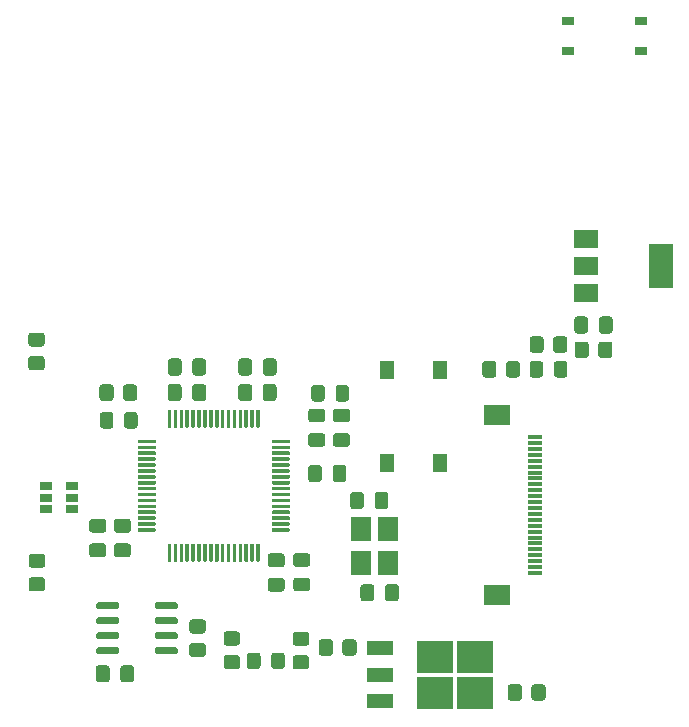
<source format=gbr>
%TF.GenerationSoftware,KiCad,Pcbnew,5.1.12-84ad8e8a86~92~ubuntu20.04.1*%
%TF.CreationDate,2022-03-06T20:42:48-06:00*%
%TF.ProjectId,Solder_Reflow_Oven_2.0,536f6c64-6572-45f5-9265-666c6f775f4f,rev?*%
%TF.SameCoordinates,Original*%
%TF.FileFunction,Paste,Top*%
%TF.FilePolarity,Positive*%
%FSLAX46Y46*%
G04 Gerber Fmt 4.6, Leading zero omitted, Abs format (unit mm)*
G04 Created by KiCad (PCBNEW 5.1.12-84ad8e8a86~92~ubuntu20.04.1) date 2022-03-06 20:42:48*
%MOMM*%
%LPD*%
G01*
G04 APERTURE LIST*
%ADD10R,2.200000X1.800000*%
%ADD11R,1.300000X0.300000*%
%ADD12R,1.300000X1.550000*%
%ADD13R,2.200000X1.200000*%
%ADD14R,3.050000X2.750000*%
%ADD15R,1.060000X0.650000*%
%ADD16R,1.000000X0.800000*%
%ADD17R,1.800000X2.100000*%
%ADD18R,2.000000X3.800000*%
%ADD19R,2.000000X1.500000*%
G04 APERTURE END LIST*
%TO.C,C1*%
G36*
G01*
X77972500Y-123032500D02*
X77972500Y-123982500D01*
G75*
G02*
X77722500Y-124232500I-250000J0D01*
G01*
X77047500Y-124232500D01*
G75*
G02*
X76797500Y-123982500I0J250000D01*
G01*
X76797500Y-123032500D01*
G75*
G02*
X77047500Y-122782500I250000J0D01*
G01*
X77722500Y-122782500D01*
G75*
G02*
X77972500Y-123032500I0J-250000D01*
G01*
G37*
G36*
G01*
X80047500Y-123032500D02*
X80047500Y-123982500D01*
G75*
G02*
X79797500Y-124232500I-250000J0D01*
G01*
X79122500Y-124232500D01*
G75*
G02*
X78872500Y-123982500I0J250000D01*
G01*
X78872500Y-123032500D01*
G75*
G02*
X79122500Y-122782500I250000J0D01*
G01*
X79797500Y-122782500D01*
G75*
G02*
X80047500Y-123032500I0J-250000D01*
G01*
G37*
%TD*%
%TO.C,C2*%
G36*
G01*
X74427500Y-113886000D02*
X74427500Y-112936000D01*
G75*
G02*
X74677500Y-112686000I250000J0D01*
G01*
X75352500Y-112686000D01*
G75*
G02*
X75602500Y-112936000I0J-250000D01*
G01*
X75602500Y-113886000D01*
G75*
G02*
X75352500Y-114136000I-250000J0D01*
G01*
X74677500Y-114136000D01*
G75*
G02*
X74427500Y-113886000I0J250000D01*
G01*
G37*
G36*
G01*
X72352500Y-113886000D02*
X72352500Y-112936000D01*
G75*
G02*
X72602500Y-112686000I250000J0D01*
G01*
X73277500Y-112686000D01*
G75*
G02*
X73527500Y-112936000I0J-250000D01*
G01*
X73527500Y-113886000D01*
G75*
G02*
X73277500Y-114136000I-250000J0D01*
G01*
X72602500Y-114136000D01*
G75*
G02*
X72352500Y-113886000I0J250000D01*
G01*
G37*
%TD*%
%TO.C,C4*%
G36*
G01*
X68522000Y-107028000D02*
X68522000Y-106078000D01*
G75*
G02*
X68772000Y-105828000I250000J0D01*
G01*
X69447000Y-105828000D01*
G75*
G02*
X69697000Y-106078000I0J-250000D01*
G01*
X69697000Y-107028000D01*
G75*
G02*
X69447000Y-107278000I-250000J0D01*
G01*
X68772000Y-107278000D01*
G75*
G02*
X68522000Y-107028000I0J250000D01*
G01*
G37*
G36*
G01*
X66447000Y-107028000D02*
X66447000Y-106078000D01*
G75*
G02*
X66697000Y-105828000I250000J0D01*
G01*
X67372000Y-105828000D01*
G75*
G02*
X67622000Y-106078000I0J-250000D01*
G01*
X67622000Y-107028000D01*
G75*
G02*
X67372000Y-107278000I-250000J0D01*
G01*
X66697000Y-107278000D01*
G75*
G02*
X66447000Y-107028000I0J250000D01*
G01*
G37*
%TD*%
%TO.C,C5*%
G36*
G01*
X69184500Y-122243000D02*
X70134500Y-122243000D01*
G75*
G02*
X70384500Y-122493000I0J-250000D01*
G01*
X70384500Y-123168000D01*
G75*
G02*
X70134500Y-123418000I-250000J0D01*
G01*
X69184500Y-123418000D01*
G75*
G02*
X68934500Y-123168000I0J250000D01*
G01*
X68934500Y-122493000D01*
G75*
G02*
X69184500Y-122243000I250000J0D01*
G01*
G37*
G36*
G01*
X69184500Y-120168000D02*
X70134500Y-120168000D01*
G75*
G02*
X70384500Y-120418000I0J-250000D01*
G01*
X70384500Y-121093000D01*
G75*
G02*
X70134500Y-121343000I-250000J0D01*
G01*
X69184500Y-121343000D01*
G75*
G02*
X68934500Y-121093000I0J250000D01*
G01*
X68934500Y-120418000D01*
G75*
G02*
X69184500Y-120168000I250000J0D01*
G01*
G37*
%TD*%
%TO.C,C6*%
G36*
G01*
X62553000Y-107028000D02*
X62553000Y-106078000D01*
G75*
G02*
X62803000Y-105828000I250000J0D01*
G01*
X63478000Y-105828000D01*
G75*
G02*
X63728000Y-106078000I0J-250000D01*
G01*
X63728000Y-107028000D01*
G75*
G02*
X63478000Y-107278000I-250000J0D01*
G01*
X62803000Y-107278000D01*
G75*
G02*
X62553000Y-107028000I0J250000D01*
G01*
G37*
G36*
G01*
X60478000Y-107028000D02*
X60478000Y-106078000D01*
G75*
G02*
X60728000Y-105828000I250000J0D01*
G01*
X61403000Y-105828000D01*
G75*
G02*
X61653000Y-106078000I0J-250000D01*
G01*
X61653000Y-107028000D01*
G75*
G02*
X61403000Y-107278000I-250000J0D01*
G01*
X60728000Y-107278000D01*
G75*
G02*
X60478000Y-107028000I0J250000D01*
G01*
G37*
%TD*%
%TO.C,C7*%
G36*
G01*
X77083500Y-115222000D02*
X77083500Y-116172000D01*
G75*
G02*
X76833500Y-116422000I-250000J0D01*
G01*
X76158500Y-116422000D01*
G75*
G02*
X75908500Y-116172000I0J250000D01*
G01*
X75908500Y-115222000D01*
G75*
G02*
X76158500Y-114972000I250000J0D01*
G01*
X76833500Y-114972000D01*
G75*
G02*
X77083500Y-115222000I0J-250000D01*
G01*
G37*
G36*
G01*
X79158500Y-115222000D02*
X79158500Y-116172000D01*
G75*
G02*
X78908500Y-116422000I-250000J0D01*
G01*
X78233500Y-116422000D01*
G75*
G02*
X77983500Y-116172000I0J250000D01*
G01*
X77983500Y-115222000D01*
G75*
G02*
X78233500Y-114972000I250000J0D01*
G01*
X78908500Y-114972000D01*
G75*
G02*
X79158500Y-115222000I0J-250000D01*
G01*
G37*
%TD*%
%TO.C,C8*%
G36*
G01*
X62553000Y-104869000D02*
X62553000Y-103919000D01*
G75*
G02*
X62803000Y-103669000I250000J0D01*
G01*
X63478000Y-103669000D01*
G75*
G02*
X63728000Y-103919000I0J-250000D01*
G01*
X63728000Y-104869000D01*
G75*
G02*
X63478000Y-105119000I-250000J0D01*
G01*
X62803000Y-105119000D01*
G75*
G02*
X62553000Y-104869000I0J250000D01*
G01*
G37*
G36*
G01*
X60478000Y-104869000D02*
X60478000Y-103919000D01*
G75*
G02*
X60728000Y-103669000I250000J0D01*
G01*
X61403000Y-103669000D01*
G75*
G02*
X61653000Y-103919000I0J-250000D01*
G01*
X61653000Y-104869000D01*
G75*
G02*
X61403000Y-105119000I-250000J0D01*
G01*
X60728000Y-105119000D01*
G75*
G02*
X60478000Y-104869000I0J250000D01*
G01*
G37*
%TD*%
%TO.C,C9*%
G36*
G01*
X68522000Y-104869000D02*
X68522000Y-103919000D01*
G75*
G02*
X68772000Y-103669000I250000J0D01*
G01*
X69447000Y-103669000D01*
G75*
G02*
X69697000Y-103919000I0J-250000D01*
G01*
X69697000Y-104869000D01*
G75*
G02*
X69447000Y-105119000I-250000J0D01*
G01*
X68772000Y-105119000D01*
G75*
G02*
X68522000Y-104869000I0J250000D01*
G01*
G37*
G36*
G01*
X66447000Y-104869000D02*
X66447000Y-103919000D01*
G75*
G02*
X66697000Y-103669000I250000J0D01*
G01*
X67372000Y-103669000D01*
G75*
G02*
X67622000Y-103919000I0J-250000D01*
G01*
X67622000Y-104869000D01*
G75*
G02*
X67372000Y-105119000I-250000J0D01*
G01*
X66697000Y-105119000D01*
G75*
G02*
X66447000Y-104869000I0J250000D01*
G01*
G37*
%TD*%
%TO.C,C11*%
G36*
G01*
X71343500Y-122221500D02*
X72293500Y-122221500D01*
G75*
G02*
X72543500Y-122471500I0J-250000D01*
G01*
X72543500Y-123146500D01*
G75*
G02*
X72293500Y-123396500I-250000J0D01*
G01*
X71343500Y-123396500D01*
G75*
G02*
X71093500Y-123146500I0J250000D01*
G01*
X71093500Y-122471500D01*
G75*
G02*
X71343500Y-122221500I250000J0D01*
G01*
G37*
G36*
G01*
X71343500Y-120146500D02*
X72293500Y-120146500D01*
G75*
G02*
X72543500Y-120396500I0J-250000D01*
G01*
X72543500Y-121071500D01*
G75*
G02*
X72293500Y-121321500I-250000J0D01*
G01*
X71343500Y-121321500D01*
G75*
G02*
X71093500Y-121071500I0J250000D01*
G01*
X71093500Y-120396500D01*
G75*
G02*
X71343500Y-120146500I250000J0D01*
G01*
G37*
%TD*%
%TO.C,C12*%
G36*
G01*
X55021500Y-118422000D02*
X54071500Y-118422000D01*
G75*
G02*
X53821500Y-118172000I0J250000D01*
G01*
X53821500Y-117497000D01*
G75*
G02*
X54071500Y-117247000I250000J0D01*
G01*
X55021500Y-117247000D01*
G75*
G02*
X55271500Y-117497000I0J-250000D01*
G01*
X55271500Y-118172000D01*
G75*
G02*
X55021500Y-118422000I-250000J0D01*
G01*
G37*
G36*
G01*
X55021500Y-120497000D02*
X54071500Y-120497000D01*
G75*
G02*
X53821500Y-120247000I0J250000D01*
G01*
X53821500Y-119572000D01*
G75*
G02*
X54071500Y-119322000I250000J0D01*
G01*
X55021500Y-119322000D01*
G75*
G02*
X55271500Y-119572000I0J-250000D01*
G01*
X55271500Y-120247000D01*
G75*
G02*
X55021500Y-120497000I-250000J0D01*
G01*
G37*
%TD*%
%TO.C,C13*%
G36*
G01*
X96070000Y-100363000D02*
X96070000Y-101313000D01*
G75*
G02*
X95820000Y-101563000I-250000J0D01*
G01*
X95145000Y-101563000D01*
G75*
G02*
X94895000Y-101313000I0J250000D01*
G01*
X94895000Y-100363000D01*
G75*
G02*
X95145000Y-100113000I250000J0D01*
G01*
X95820000Y-100113000D01*
G75*
G02*
X96070000Y-100363000I0J-250000D01*
G01*
G37*
G36*
G01*
X98145000Y-100363000D02*
X98145000Y-101313000D01*
G75*
G02*
X97895000Y-101563000I-250000J0D01*
G01*
X97220000Y-101563000D01*
G75*
G02*
X96970000Y-101313000I0J250000D01*
G01*
X96970000Y-100363000D01*
G75*
G02*
X97220000Y-100113000I250000J0D01*
G01*
X97895000Y-100113000D01*
G75*
G02*
X98145000Y-100363000I0J-250000D01*
G01*
G37*
%TD*%
%TO.C,C14*%
G36*
G01*
X72613500Y-109987500D02*
X73563500Y-109987500D01*
G75*
G02*
X73813500Y-110237500I0J-250000D01*
G01*
X73813500Y-110912500D01*
G75*
G02*
X73563500Y-111162500I-250000J0D01*
G01*
X72613500Y-111162500D01*
G75*
G02*
X72363500Y-110912500I0J250000D01*
G01*
X72363500Y-110237500D01*
G75*
G02*
X72613500Y-109987500I250000J0D01*
G01*
G37*
G36*
G01*
X72613500Y-107912500D02*
X73563500Y-107912500D01*
G75*
G02*
X73813500Y-108162500I0J-250000D01*
G01*
X73813500Y-108837500D01*
G75*
G02*
X73563500Y-109087500I-250000J0D01*
G01*
X72613500Y-109087500D01*
G75*
G02*
X72363500Y-108837500I0J250000D01*
G01*
X72363500Y-108162500D01*
G75*
G02*
X72613500Y-107912500I250000J0D01*
G01*
G37*
%TD*%
%TO.C,C15*%
G36*
G01*
X74709000Y-109987500D02*
X75659000Y-109987500D01*
G75*
G02*
X75909000Y-110237500I0J-250000D01*
G01*
X75909000Y-110912500D01*
G75*
G02*
X75659000Y-111162500I-250000J0D01*
G01*
X74709000Y-111162500D01*
G75*
G02*
X74459000Y-110912500I0J250000D01*
G01*
X74459000Y-110237500D01*
G75*
G02*
X74709000Y-109987500I250000J0D01*
G01*
G37*
G36*
G01*
X74709000Y-107912500D02*
X75659000Y-107912500D01*
G75*
G02*
X75909000Y-108162500I0J-250000D01*
G01*
X75909000Y-108837500D01*
G75*
G02*
X75659000Y-109087500I-250000J0D01*
G01*
X74709000Y-109087500D01*
G75*
G02*
X74459000Y-108837500I0J250000D01*
G01*
X74459000Y-108162500D01*
G75*
G02*
X74709000Y-107912500I250000J0D01*
G01*
G37*
%TD*%
%TO.C,C16*%
G36*
G01*
X56457000Y-130840500D02*
X56457000Y-129890500D01*
G75*
G02*
X56707000Y-129640500I250000J0D01*
G01*
X57382000Y-129640500D01*
G75*
G02*
X57632000Y-129890500I0J-250000D01*
G01*
X57632000Y-130840500D01*
G75*
G02*
X57382000Y-131090500I-250000J0D01*
G01*
X56707000Y-131090500D01*
G75*
G02*
X56457000Y-130840500I0J250000D01*
G01*
G37*
G36*
G01*
X54382000Y-130840500D02*
X54382000Y-129890500D01*
G75*
G02*
X54632000Y-129640500I250000J0D01*
G01*
X55307000Y-129640500D01*
G75*
G02*
X55557000Y-129890500I0J-250000D01*
G01*
X55557000Y-130840500D01*
G75*
G02*
X55307000Y-131090500I-250000J0D01*
G01*
X54632000Y-131090500D01*
G75*
G02*
X54382000Y-130840500I0J250000D01*
G01*
G37*
%TD*%
%TO.C,C3*%
G36*
G01*
X57117000Y-118422000D02*
X56167000Y-118422000D01*
G75*
G02*
X55917000Y-118172000I0J250000D01*
G01*
X55917000Y-117497000D01*
G75*
G02*
X56167000Y-117247000I250000J0D01*
G01*
X57117000Y-117247000D01*
G75*
G02*
X57367000Y-117497000I0J-250000D01*
G01*
X57367000Y-118172000D01*
G75*
G02*
X57117000Y-118422000I-250000J0D01*
G01*
G37*
G36*
G01*
X57117000Y-120497000D02*
X56167000Y-120497000D01*
G75*
G02*
X55917000Y-120247000I0J250000D01*
G01*
X55917000Y-119572000D01*
G75*
G02*
X56167000Y-119322000I250000J0D01*
G01*
X57117000Y-119322000D01*
G75*
G02*
X57367000Y-119572000I0J-250000D01*
G01*
X57367000Y-120247000D01*
G75*
G02*
X57117000Y-120497000I-250000J0D01*
G01*
G37*
%TD*%
%TO.C,U4*%
G36*
G01*
X70826300Y-118114700D02*
X70826300Y-118264700D01*
G75*
G02*
X70751300Y-118339700I-75000J0D01*
G01*
X69351300Y-118339700D01*
G75*
G02*
X69276300Y-118264700I0J75000D01*
G01*
X69276300Y-118114700D01*
G75*
G02*
X69351300Y-118039700I75000J0D01*
G01*
X70751300Y-118039700D01*
G75*
G02*
X70826300Y-118114700I0J-75000D01*
G01*
G37*
G36*
G01*
X70826300Y-117614700D02*
X70826300Y-117764700D01*
G75*
G02*
X70751300Y-117839700I-75000J0D01*
G01*
X69351300Y-117839700D01*
G75*
G02*
X69276300Y-117764700I0J75000D01*
G01*
X69276300Y-117614700D01*
G75*
G02*
X69351300Y-117539700I75000J0D01*
G01*
X70751300Y-117539700D01*
G75*
G02*
X70826300Y-117614700I0J-75000D01*
G01*
G37*
G36*
G01*
X70826300Y-117114700D02*
X70826300Y-117264700D01*
G75*
G02*
X70751300Y-117339700I-75000J0D01*
G01*
X69351300Y-117339700D01*
G75*
G02*
X69276300Y-117264700I0J75000D01*
G01*
X69276300Y-117114700D01*
G75*
G02*
X69351300Y-117039700I75000J0D01*
G01*
X70751300Y-117039700D01*
G75*
G02*
X70826300Y-117114700I0J-75000D01*
G01*
G37*
G36*
G01*
X70826300Y-116614700D02*
X70826300Y-116764700D01*
G75*
G02*
X70751300Y-116839700I-75000J0D01*
G01*
X69351300Y-116839700D01*
G75*
G02*
X69276300Y-116764700I0J75000D01*
G01*
X69276300Y-116614700D01*
G75*
G02*
X69351300Y-116539700I75000J0D01*
G01*
X70751300Y-116539700D01*
G75*
G02*
X70826300Y-116614700I0J-75000D01*
G01*
G37*
G36*
G01*
X70826300Y-116114700D02*
X70826300Y-116264700D01*
G75*
G02*
X70751300Y-116339700I-75000J0D01*
G01*
X69351300Y-116339700D01*
G75*
G02*
X69276300Y-116264700I0J75000D01*
G01*
X69276300Y-116114700D01*
G75*
G02*
X69351300Y-116039700I75000J0D01*
G01*
X70751300Y-116039700D01*
G75*
G02*
X70826300Y-116114700I0J-75000D01*
G01*
G37*
G36*
G01*
X70826300Y-115614700D02*
X70826300Y-115764700D01*
G75*
G02*
X70751300Y-115839700I-75000J0D01*
G01*
X69351300Y-115839700D01*
G75*
G02*
X69276300Y-115764700I0J75000D01*
G01*
X69276300Y-115614700D01*
G75*
G02*
X69351300Y-115539700I75000J0D01*
G01*
X70751300Y-115539700D01*
G75*
G02*
X70826300Y-115614700I0J-75000D01*
G01*
G37*
G36*
G01*
X70826300Y-115114700D02*
X70826300Y-115264700D01*
G75*
G02*
X70751300Y-115339700I-75000J0D01*
G01*
X69351300Y-115339700D01*
G75*
G02*
X69276300Y-115264700I0J75000D01*
G01*
X69276300Y-115114700D01*
G75*
G02*
X69351300Y-115039700I75000J0D01*
G01*
X70751300Y-115039700D01*
G75*
G02*
X70826300Y-115114700I0J-75000D01*
G01*
G37*
G36*
G01*
X70826300Y-114614700D02*
X70826300Y-114764700D01*
G75*
G02*
X70751300Y-114839700I-75000J0D01*
G01*
X69351300Y-114839700D01*
G75*
G02*
X69276300Y-114764700I0J75000D01*
G01*
X69276300Y-114614700D01*
G75*
G02*
X69351300Y-114539700I75000J0D01*
G01*
X70751300Y-114539700D01*
G75*
G02*
X70826300Y-114614700I0J-75000D01*
G01*
G37*
G36*
G01*
X70826300Y-114114700D02*
X70826300Y-114264700D01*
G75*
G02*
X70751300Y-114339700I-75000J0D01*
G01*
X69351300Y-114339700D01*
G75*
G02*
X69276300Y-114264700I0J75000D01*
G01*
X69276300Y-114114700D01*
G75*
G02*
X69351300Y-114039700I75000J0D01*
G01*
X70751300Y-114039700D01*
G75*
G02*
X70826300Y-114114700I0J-75000D01*
G01*
G37*
G36*
G01*
X70826300Y-113614700D02*
X70826300Y-113764700D01*
G75*
G02*
X70751300Y-113839700I-75000J0D01*
G01*
X69351300Y-113839700D01*
G75*
G02*
X69276300Y-113764700I0J75000D01*
G01*
X69276300Y-113614700D01*
G75*
G02*
X69351300Y-113539700I75000J0D01*
G01*
X70751300Y-113539700D01*
G75*
G02*
X70826300Y-113614700I0J-75000D01*
G01*
G37*
G36*
G01*
X70826300Y-113114700D02*
X70826300Y-113264700D01*
G75*
G02*
X70751300Y-113339700I-75000J0D01*
G01*
X69351300Y-113339700D01*
G75*
G02*
X69276300Y-113264700I0J75000D01*
G01*
X69276300Y-113114700D01*
G75*
G02*
X69351300Y-113039700I75000J0D01*
G01*
X70751300Y-113039700D01*
G75*
G02*
X70826300Y-113114700I0J-75000D01*
G01*
G37*
G36*
G01*
X70826300Y-112614700D02*
X70826300Y-112764700D01*
G75*
G02*
X70751300Y-112839700I-75000J0D01*
G01*
X69351300Y-112839700D01*
G75*
G02*
X69276300Y-112764700I0J75000D01*
G01*
X69276300Y-112614700D01*
G75*
G02*
X69351300Y-112539700I75000J0D01*
G01*
X70751300Y-112539700D01*
G75*
G02*
X70826300Y-112614700I0J-75000D01*
G01*
G37*
G36*
G01*
X70826300Y-112114700D02*
X70826300Y-112264700D01*
G75*
G02*
X70751300Y-112339700I-75000J0D01*
G01*
X69351300Y-112339700D01*
G75*
G02*
X69276300Y-112264700I0J75000D01*
G01*
X69276300Y-112114700D01*
G75*
G02*
X69351300Y-112039700I75000J0D01*
G01*
X70751300Y-112039700D01*
G75*
G02*
X70826300Y-112114700I0J-75000D01*
G01*
G37*
G36*
G01*
X70826300Y-111614700D02*
X70826300Y-111764700D01*
G75*
G02*
X70751300Y-111839700I-75000J0D01*
G01*
X69351300Y-111839700D01*
G75*
G02*
X69276300Y-111764700I0J75000D01*
G01*
X69276300Y-111614700D01*
G75*
G02*
X69351300Y-111539700I75000J0D01*
G01*
X70751300Y-111539700D01*
G75*
G02*
X70826300Y-111614700I0J-75000D01*
G01*
G37*
G36*
G01*
X70826300Y-111114700D02*
X70826300Y-111264700D01*
G75*
G02*
X70751300Y-111339700I-75000J0D01*
G01*
X69351300Y-111339700D01*
G75*
G02*
X69276300Y-111264700I0J75000D01*
G01*
X69276300Y-111114700D01*
G75*
G02*
X69351300Y-111039700I75000J0D01*
G01*
X70751300Y-111039700D01*
G75*
G02*
X70826300Y-111114700I0J-75000D01*
G01*
G37*
G36*
G01*
X70826300Y-110614700D02*
X70826300Y-110764700D01*
G75*
G02*
X70751300Y-110839700I-75000J0D01*
G01*
X69351300Y-110839700D01*
G75*
G02*
X69276300Y-110764700I0J75000D01*
G01*
X69276300Y-110614700D01*
G75*
G02*
X69351300Y-110539700I75000J0D01*
G01*
X70751300Y-110539700D01*
G75*
G02*
X70826300Y-110614700I0J-75000D01*
G01*
G37*
G36*
G01*
X68276300Y-108064700D02*
X68276300Y-109464700D01*
G75*
G02*
X68201300Y-109539700I-75000J0D01*
G01*
X68051300Y-109539700D01*
G75*
G02*
X67976300Y-109464700I0J75000D01*
G01*
X67976300Y-108064700D01*
G75*
G02*
X68051300Y-107989700I75000J0D01*
G01*
X68201300Y-107989700D01*
G75*
G02*
X68276300Y-108064700I0J-75000D01*
G01*
G37*
G36*
G01*
X67776300Y-108064700D02*
X67776300Y-109464700D01*
G75*
G02*
X67701300Y-109539700I-75000J0D01*
G01*
X67551300Y-109539700D01*
G75*
G02*
X67476300Y-109464700I0J75000D01*
G01*
X67476300Y-108064700D01*
G75*
G02*
X67551300Y-107989700I75000J0D01*
G01*
X67701300Y-107989700D01*
G75*
G02*
X67776300Y-108064700I0J-75000D01*
G01*
G37*
G36*
G01*
X67276300Y-108064700D02*
X67276300Y-109464700D01*
G75*
G02*
X67201300Y-109539700I-75000J0D01*
G01*
X67051300Y-109539700D01*
G75*
G02*
X66976300Y-109464700I0J75000D01*
G01*
X66976300Y-108064700D01*
G75*
G02*
X67051300Y-107989700I75000J0D01*
G01*
X67201300Y-107989700D01*
G75*
G02*
X67276300Y-108064700I0J-75000D01*
G01*
G37*
G36*
G01*
X66776300Y-108064700D02*
X66776300Y-109464700D01*
G75*
G02*
X66701300Y-109539700I-75000J0D01*
G01*
X66551300Y-109539700D01*
G75*
G02*
X66476300Y-109464700I0J75000D01*
G01*
X66476300Y-108064700D01*
G75*
G02*
X66551300Y-107989700I75000J0D01*
G01*
X66701300Y-107989700D01*
G75*
G02*
X66776300Y-108064700I0J-75000D01*
G01*
G37*
G36*
G01*
X66276300Y-108064700D02*
X66276300Y-109464700D01*
G75*
G02*
X66201300Y-109539700I-75000J0D01*
G01*
X66051300Y-109539700D01*
G75*
G02*
X65976300Y-109464700I0J75000D01*
G01*
X65976300Y-108064700D01*
G75*
G02*
X66051300Y-107989700I75000J0D01*
G01*
X66201300Y-107989700D01*
G75*
G02*
X66276300Y-108064700I0J-75000D01*
G01*
G37*
G36*
G01*
X65776300Y-108064700D02*
X65776300Y-109464700D01*
G75*
G02*
X65701300Y-109539700I-75000J0D01*
G01*
X65551300Y-109539700D01*
G75*
G02*
X65476300Y-109464700I0J75000D01*
G01*
X65476300Y-108064700D01*
G75*
G02*
X65551300Y-107989700I75000J0D01*
G01*
X65701300Y-107989700D01*
G75*
G02*
X65776300Y-108064700I0J-75000D01*
G01*
G37*
G36*
G01*
X65276300Y-108064700D02*
X65276300Y-109464700D01*
G75*
G02*
X65201300Y-109539700I-75000J0D01*
G01*
X65051300Y-109539700D01*
G75*
G02*
X64976300Y-109464700I0J75000D01*
G01*
X64976300Y-108064700D01*
G75*
G02*
X65051300Y-107989700I75000J0D01*
G01*
X65201300Y-107989700D01*
G75*
G02*
X65276300Y-108064700I0J-75000D01*
G01*
G37*
G36*
G01*
X64776300Y-108064700D02*
X64776300Y-109464700D01*
G75*
G02*
X64701300Y-109539700I-75000J0D01*
G01*
X64551300Y-109539700D01*
G75*
G02*
X64476300Y-109464700I0J75000D01*
G01*
X64476300Y-108064700D01*
G75*
G02*
X64551300Y-107989700I75000J0D01*
G01*
X64701300Y-107989700D01*
G75*
G02*
X64776300Y-108064700I0J-75000D01*
G01*
G37*
G36*
G01*
X64276300Y-108064700D02*
X64276300Y-109464700D01*
G75*
G02*
X64201300Y-109539700I-75000J0D01*
G01*
X64051300Y-109539700D01*
G75*
G02*
X63976300Y-109464700I0J75000D01*
G01*
X63976300Y-108064700D01*
G75*
G02*
X64051300Y-107989700I75000J0D01*
G01*
X64201300Y-107989700D01*
G75*
G02*
X64276300Y-108064700I0J-75000D01*
G01*
G37*
G36*
G01*
X63776300Y-108064700D02*
X63776300Y-109464700D01*
G75*
G02*
X63701300Y-109539700I-75000J0D01*
G01*
X63551300Y-109539700D01*
G75*
G02*
X63476300Y-109464700I0J75000D01*
G01*
X63476300Y-108064700D01*
G75*
G02*
X63551300Y-107989700I75000J0D01*
G01*
X63701300Y-107989700D01*
G75*
G02*
X63776300Y-108064700I0J-75000D01*
G01*
G37*
G36*
G01*
X63276300Y-108064700D02*
X63276300Y-109464700D01*
G75*
G02*
X63201300Y-109539700I-75000J0D01*
G01*
X63051300Y-109539700D01*
G75*
G02*
X62976300Y-109464700I0J75000D01*
G01*
X62976300Y-108064700D01*
G75*
G02*
X63051300Y-107989700I75000J0D01*
G01*
X63201300Y-107989700D01*
G75*
G02*
X63276300Y-108064700I0J-75000D01*
G01*
G37*
G36*
G01*
X62776300Y-108064700D02*
X62776300Y-109464700D01*
G75*
G02*
X62701300Y-109539700I-75000J0D01*
G01*
X62551300Y-109539700D01*
G75*
G02*
X62476300Y-109464700I0J75000D01*
G01*
X62476300Y-108064700D01*
G75*
G02*
X62551300Y-107989700I75000J0D01*
G01*
X62701300Y-107989700D01*
G75*
G02*
X62776300Y-108064700I0J-75000D01*
G01*
G37*
G36*
G01*
X62276300Y-108064700D02*
X62276300Y-109464700D01*
G75*
G02*
X62201300Y-109539700I-75000J0D01*
G01*
X62051300Y-109539700D01*
G75*
G02*
X61976300Y-109464700I0J75000D01*
G01*
X61976300Y-108064700D01*
G75*
G02*
X62051300Y-107989700I75000J0D01*
G01*
X62201300Y-107989700D01*
G75*
G02*
X62276300Y-108064700I0J-75000D01*
G01*
G37*
G36*
G01*
X61776300Y-108064700D02*
X61776300Y-109464700D01*
G75*
G02*
X61701300Y-109539700I-75000J0D01*
G01*
X61551300Y-109539700D01*
G75*
G02*
X61476300Y-109464700I0J75000D01*
G01*
X61476300Y-108064700D01*
G75*
G02*
X61551300Y-107989700I75000J0D01*
G01*
X61701300Y-107989700D01*
G75*
G02*
X61776300Y-108064700I0J-75000D01*
G01*
G37*
G36*
G01*
X61276300Y-108064700D02*
X61276300Y-109464700D01*
G75*
G02*
X61201300Y-109539700I-75000J0D01*
G01*
X61051300Y-109539700D01*
G75*
G02*
X60976300Y-109464700I0J75000D01*
G01*
X60976300Y-108064700D01*
G75*
G02*
X61051300Y-107989700I75000J0D01*
G01*
X61201300Y-107989700D01*
G75*
G02*
X61276300Y-108064700I0J-75000D01*
G01*
G37*
G36*
G01*
X60776300Y-108064700D02*
X60776300Y-109464700D01*
G75*
G02*
X60701300Y-109539700I-75000J0D01*
G01*
X60551300Y-109539700D01*
G75*
G02*
X60476300Y-109464700I0J75000D01*
G01*
X60476300Y-108064700D01*
G75*
G02*
X60551300Y-107989700I75000J0D01*
G01*
X60701300Y-107989700D01*
G75*
G02*
X60776300Y-108064700I0J-75000D01*
G01*
G37*
G36*
G01*
X59476300Y-110614700D02*
X59476300Y-110764700D01*
G75*
G02*
X59401300Y-110839700I-75000J0D01*
G01*
X58001300Y-110839700D01*
G75*
G02*
X57926300Y-110764700I0J75000D01*
G01*
X57926300Y-110614700D01*
G75*
G02*
X58001300Y-110539700I75000J0D01*
G01*
X59401300Y-110539700D01*
G75*
G02*
X59476300Y-110614700I0J-75000D01*
G01*
G37*
G36*
G01*
X59476300Y-111114700D02*
X59476300Y-111264700D01*
G75*
G02*
X59401300Y-111339700I-75000J0D01*
G01*
X58001300Y-111339700D01*
G75*
G02*
X57926300Y-111264700I0J75000D01*
G01*
X57926300Y-111114700D01*
G75*
G02*
X58001300Y-111039700I75000J0D01*
G01*
X59401300Y-111039700D01*
G75*
G02*
X59476300Y-111114700I0J-75000D01*
G01*
G37*
G36*
G01*
X59476300Y-111614700D02*
X59476300Y-111764700D01*
G75*
G02*
X59401300Y-111839700I-75000J0D01*
G01*
X58001300Y-111839700D01*
G75*
G02*
X57926300Y-111764700I0J75000D01*
G01*
X57926300Y-111614700D01*
G75*
G02*
X58001300Y-111539700I75000J0D01*
G01*
X59401300Y-111539700D01*
G75*
G02*
X59476300Y-111614700I0J-75000D01*
G01*
G37*
G36*
G01*
X59476300Y-112114700D02*
X59476300Y-112264700D01*
G75*
G02*
X59401300Y-112339700I-75000J0D01*
G01*
X58001300Y-112339700D01*
G75*
G02*
X57926300Y-112264700I0J75000D01*
G01*
X57926300Y-112114700D01*
G75*
G02*
X58001300Y-112039700I75000J0D01*
G01*
X59401300Y-112039700D01*
G75*
G02*
X59476300Y-112114700I0J-75000D01*
G01*
G37*
G36*
G01*
X59476300Y-112614700D02*
X59476300Y-112764700D01*
G75*
G02*
X59401300Y-112839700I-75000J0D01*
G01*
X58001300Y-112839700D01*
G75*
G02*
X57926300Y-112764700I0J75000D01*
G01*
X57926300Y-112614700D01*
G75*
G02*
X58001300Y-112539700I75000J0D01*
G01*
X59401300Y-112539700D01*
G75*
G02*
X59476300Y-112614700I0J-75000D01*
G01*
G37*
G36*
G01*
X59476300Y-113114700D02*
X59476300Y-113264700D01*
G75*
G02*
X59401300Y-113339700I-75000J0D01*
G01*
X58001300Y-113339700D01*
G75*
G02*
X57926300Y-113264700I0J75000D01*
G01*
X57926300Y-113114700D01*
G75*
G02*
X58001300Y-113039700I75000J0D01*
G01*
X59401300Y-113039700D01*
G75*
G02*
X59476300Y-113114700I0J-75000D01*
G01*
G37*
G36*
G01*
X59476300Y-113614700D02*
X59476300Y-113764700D01*
G75*
G02*
X59401300Y-113839700I-75000J0D01*
G01*
X58001300Y-113839700D01*
G75*
G02*
X57926300Y-113764700I0J75000D01*
G01*
X57926300Y-113614700D01*
G75*
G02*
X58001300Y-113539700I75000J0D01*
G01*
X59401300Y-113539700D01*
G75*
G02*
X59476300Y-113614700I0J-75000D01*
G01*
G37*
G36*
G01*
X59476300Y-114114700D02*
X59476300Y-114264700D01*
G75*
G02*
X59401300Y-114339700I-75000J0D01*
G01*
X58001300Y-114339700D01*
G75*
G02*
X57926300Y-114264700I0J75000D01*
G01*
X57926300Y-114114700D01*
G75*
G02*
X58001300Y-114039700I75000J0D01*
G01*
X59401300Y-114039700D01*
G75*
G02*
X59476300Y-114114700I0J-75000D01*
G01*
G37*
G36*
G01*
X59476300Y-114614700D02*
X59476300Y-114764700D01*
G75*
G02*
X59401300Y-114839700I-75000J0D01*
G01*
X58001300Y-114839700D01*
G75*
G02*
X57926300Y-114764700I0J75000D01*
G01*
X57926300Y-114614700D01*
G75*
G02*
X58001300Y-114539700I75000J0D01*
G01*
X59401300Y-114539700D01*
G75*
G02*
X59476300Y-114614700I0J-75000D01*
G01*
G37*
G36*
G01*
X59476300Y-115114700D02*
X59476300Y-115264700D01*
G75*
G02*
X59401300Y-115339700I-75000J0D01*
G01*
X58001300Y-115339700D01*
G75*
G02*
X57926300Y-115264700I0J75000D01*
G01*
X57926300Y-115114700D01*
G75*
G02*
X58001300Y-115039700I75000J0D01*
G01*
X59401300Y-115039700D01*
G75*
G02*
X59476300Y-115114700I0J-75000D01*
G01*
G37*
G36*
G01*
X59476300Y-115614700D02*
X59476300Y-115764700D01*
G75*
G02*
X59401300Y-115839700I-75000J0D01*
G01*
X58001300Y-115839700D01*
G75*
G02*
X57926300Y-115764700I0J75000D01*
G01*
X57926300Y-115614700D01*
G75*
G02*
X58001300Y-115539700I75000J0D01*
G01*
X59401300Y-115539700D01*
G75*
G02*
X59476300Y-115614700I0J-75000D01*
G01*
G37*
G36*
G01*
X59476300Y-116114700D02*
X59476300Y-116264700D01*
G75*
G02*
X59401300Y-116339700I-75000J0D01*
G01*
X58001300Y-116339700D01*
G75*
G02*
X57926300Y-116264700I0J75000D01*
G01*
X57926300Y-116114700D01*
G75*
G02*
X58001300Y-116039700I75000J0D01*
G01*
X59401300Y-116039700D01*
G75*
G02*
X59476300Y-116114700I0J-75000D01*
G01*
G37*
G36*
G01*
X59476300Y-116614700D02*
X59476300Y-116764700D01*
G75*
G02*
X59401300Y-116839700I-75000J0D01*
G01*
X58001300Y-116839700D01*
G75*
G02*
X57926300Y-116764700I0J75000D01*
G01*
X57926300Y-116614700D01*
G75*
G02*
X58001300Y-116539700I75000J0D01*
G01*
X59401300Y-116539700D01*
G75*
G02*
X59476300Y-116614700I0J-75000D01*
G01*
G37*
G36*
G01*
X59476300Y-117114700D02*
X59476300Y-117264700D01*
G75*
G02*
X59401300Y-117339700I-75000J0D01*
G01*
X58001300Y-117339700D01*
G75*
G02*
X57926300Y-117264700I0J75000D01*
G01*
X57926300Y-117114700D01*
G75*
G02*
X58001300Y-117039700I75000J0D01*
G01*
X59401300Y-117039700D01*
G75*
G02*
X59476300Y-117114700I0J-75000D01*
G01*
G37*
G36*
G01*
X59476300Y-117614700D02*
X59476300Y-117764700D01*
G75*
G02*
X59401300Y-117839700I-75000J0D01*
G01*
X58001300Y-117839700D01*
G75*
G02*
X57926300Y-117764700I0J75000D01*
G01*
X57926300Y-117614700D01*
G75*
G02*
X58001300Y-117539700I75000J0D01*
G01*
X59401300Y-117539700D01*
G75*
G02*
X59476300Y-117614700I0J-75000D01*
G01*
G37*
G36*
G01*
X59476300Y-118114700D02*
X59476300Y-118264700D01*
G75*
G02*
X59401300Y-118339700I-75000J0D01*
G01*
X58001300Y-118339700D01*
G75*
G02*
X57926300Y-118264700I0J75000D01*
G01*
X57926300Y-118114700D01*
G75*
G02*
X58001300Y-118039700I75000J0D01*
G01*
X59401300Y-118039700D01*
G75*
G02*
X59476300Y-118114700I0J-75000D01*
G01*
G37*
G36*
G01*
X60776300Y-119414700D02*
X60776300Y-120814700D01*
G75*
G02*
X60701300Y-120889700I-75000J0D01*
G01*
X60551300Y-120889700D01*
G75*
G02*
X60476300Y-120814700I0J75000D01*
G01*
X60476300Y-119414700D01*
G75*
G02*
X60551300Y-119339700I75000J0D01*
G01*
X60701300Y-119339700D01*
G75*
G02*
X60776300Y-119414700I0J-75000D01*
G01*
G37*
G36*
G01*
X61276300Y-119414700D02*
X61276300Y-120814700D01*
G75*
G02*
X61201300Y-120889700I-75000J0D01*
G01*
X61051300Y-120889700D01*
G75*
G02*
X60976300Y-120814700I0J75000D01*
G01*
X60976300Y-119414700D01*
G75*
G02*
X61051300Y-119339700I75000J0D01*
G01*
X61201300Y-119339700D01*
G75*
G02*
X61276300Y-119414700I0J-75000D01*
G01*
G37*
G36*
G01*
X61776300Y-119414700D02*
X61776300Y-120814700D01*
G75*
G02*
X61701300Y-120889700I-75000J0D01*
G01*
X61551300Y-120889700D01*
G75*
G02*
X61476300Y-120814700I0J75000D01*
G01*
X61476300Y-119414700D01*
G75*
G02*
X61551300Y-119339700I75000J0D01*
G01*
X61701300Y-119339700D01*
G75*
G02*
X61776300Y-119414700I0J-75000D01*
G01*
G37*
G36*
G01*
X62276300Y-119414700D02*
X62276300Y-120814700D01*
G75*
G02*
X62201300Y-120889700I-75000J0D01*
G01*
X62051300Y-120889700D01*
G75*
G02*
X61976300Y-120814700I0J75000D01*
G01*
X61976300Y-119414700D01*
G75*
G02*
X62051300Y-119339700I75000J0D01*
G01*
X62201300Y-119339700D01*
G75*
G02*
X62276300Y-119414700I0J-75000D01*
G01*
G37*
G36*
G01*
X62776300Y-119414700D02*
X62776300Y-120814700D01*
G75*
G02*
X62701300Y-120889700I-75000J0D01*
G01*
X62551300Y-120889700D01*
G75*
G02*
X62476300Y-120814700I0J75000D01*
G01*
X62476300Y-119414700D01*
G75*
G02*
X62551300Y-119339700I75000J0D01*
G01*
X62701300Y-119339700D01*
G75*
G02*
X62776300Y-119414700I0J-75000D01*
G01*
G37*
G36*
G01*
X63276300Y-119414700D02*
X63276300Y-120814700D01*
G75*
G02*
X63201300Y-120889700I-75000J0D01*
G01*
X63051300Y-120889700D01*
G75*
G02*
X62976300Y-120814700I0J75000D01*
G01*
X62976300Y-119414700D01*
G75*
G02*
X63051300Y-119339700I75000J0D01*
G01*
X63201300Y-119339700D01*
G75*
G02*
X63276300Y-119414700I0J-75000D01*
G01*
G37*
G36*
G01*
X63776300Y-119414700D02*
X63776300Y-120814700D01*
G75*
G02*
X63701300Y-120889700I-75000J0D01*
G01*
X63551300Y-120889700D01*
G75*
G02*
X63476300Y-120814700I0J75000D01*
G01*
X63476300Y-119414700D01*
G75*
G02*
X63551300Y-119339700I75000J0D01*
G01*
X63701300Y-119339700D01*
G75*
G02*
X63776300Y-119414700I0J-75000D01*
G01*
G37*
G36*
G01*
X64276300Y-119414700D02*
X64276300Y-120814700D01*
G75*
G02*
X64201300Y-120889700I-75000J0D01*
G01*
X64051300Y-120889700D01*
G75*
G02*
X63976300Y-120814700I0J75000D01*
G01*
X63976300Y-119414700D01*
G75*
G02*
X64051300Y-119339700I75000J0D01*
G01*
X64201300Y-119339700D01*
G75*
G02*
X64276300Y-119414700I0J-75000D01*
G01*
G37*
G36*
G01*
X64776300Y-119414700D02*
X64776300Y-120814700D01*
G75*
G02*
X64701300Y-120889700I-75000J0D01*
G01*
X64551300Y-120889700D01*
G75*
G02*
X64476300Y-120814700I0J75000D01*
G01*
X64476300Y-119414700D01*
G75*
G02*
X64551300Y-119339700I75000J0D01*
G01*
X64701300Y-119339700D01*
G75*
G02*
X64776300Y-119414700I0J-75000D01*
G01*
G37*
G36*
G01*
X65276300Y-119414700D02*
X65276300Y-120814700D01*
G75*
G02*
X65201300Y-120889700I-75000J0D01*
G01*
X65051300Y-120889700D01*
G75*
G02*
X64976300Y-120814700I0J75000D01*
G01*
X64976300Y-119414700D01*
G75*
G02*
X65051300Y-119339700I75000J0D01*
G01*
X65201300Y-119339700D01*
G75*
G02*
X65276300Y-119414700I0J-75000D01*
G01*
G37*
G36*
G01*
X65776300Y-119414700D02*
X65776300Y-120814700D01*
G75*
G02*
X65701300Y-120889700I-75000J0D01*
G01*
X65551300Y-120889700D01*
G75*
G02*
X65476300Y-120814700I0J75000D01*
G01*
X65476300Y-119414700D01*
G75*
G02*
X65551300Y-119339700I75000J0D01*
G01*
X65701300Y-119339700D01*
G75*
G02*
X65776300Y-119414700I0J-75000D01*
G01*
G37*
G36*
G01*
X66276300Y-119414700D02*
X66276300Y-120814700D01*
G75*
G02*
X66201300Y-120889700I-75000J0D01*
G01*
X66051300Y-120889700D01*
G75*
G02*
X65976300Y-120814700I0J75000D01*
G01*
X65976300Y-119414700D01*
G75*
G02*
X66051300Y-119339700I75000J0D01*
G01*
X66201300Y-119339700D01*
G75*
G02*
X66276300Y-119414700I0J-75000D01*
G01*
G37*
G36*
G01*
X66776300Y-119414700D02*
X66776300Y-120814700D01*
G75*
G02*
X66701300Y-120889700I-75000J0D01*
G01*
X66551300Y-120889700D01*
G75*
G02*
X66476300Y-120814700I0J75000D01*
G01*
X66476300Y-119414700D01*
G75*
G02*
X66551300Y-119339700I75000J0D01*
G01*
X66701300Y-119339700D01*
G75*
G02*
X66776300Y-119414700I0J-75000D01*
G01*
G37*
G36*
G01*
X67276300Y-119414700D02*
X67276300Y-120814700D01*
G75*
G02*
X67201300Y-120889700I-75000J0D01*
G01*
X67051300Y-120889700D01*
G75*
G02*
X66976300Y-120814700I0J75000D01*
G01*
X66976300Y-119414700D01*
G75*
G02*
X67051300Y-119339700I75000J0D01*
G01*
X67201300Y-119339700D01*
G75*
G02*
X67276300Y-119414700I0J-75000D01*
G01*
G37*
G36*
G01*
X67776300Y-119414700D02*
X67776300Y-120814700D01*
G75*
G02*
X67701300Y-120889700I-75000J0D01*
G01*
X67551300Y-120889700D01*
G75*
G02*
X67476300Y-120814700I0J75000D01*
G01*
X67476300Y-119414700D01*
G75*
G02*
X67551300Y-119339700I75000J0D01*
G01*
X67701300Y-119339700D01*
G75*
G02*
X67776300Y-119414700I0J-75000D01*
G01*
G37*
G36*
G01*
X68276300Y-119414700D02*
X68276300Y-120814700D01*
G75*
G02*
X68201300Y-120889700I-75000J0D01*
G01*
X68051300Y-120889700D01*
G75*
G02*
X67976300Y-120814700I0J75000D01*
G01*
X67976300Y-119414700D01*
G75*
G02*
X68051300Y-119339700I75000J0D01*
G01*
X68201300Y-119339700D01*
G75*
G02*
X68276300Y-119414700I0J-75000D01*
G01*
G37*
%TD*%
%TO.C,U2*%
G36*
G01*
X54423900Y-124749700D02*
X54423900Y-124449700D01*
G75*
G02*
X54573900Y-124299700I150000J0D01*
G01*
X56223900Y-124299700D01*
G75*
G02*
X56373900Y-124449700I0J-150000D01*
G01*
X56373900Y-124749700D01*
G75*
G02*
X56223900Y-124899700I-150000J0D01*
G01*
X54573900Y-124899700D01*
G75*
G02*
X54423900Y-124749700I0J150000D01*
G01*
G37*
G36*
G01*
X54423900Y-126019700D02*
X54423900Y-125719700D01*
G75*
G02*
X54573900Y-125569700I150000J0D01*
G01*
X56223900Y-125569700D01*
G75*
G02*
X56373900Y-125719700I0J-150000D01*
G01*
X56373900Y-126019700D01*
G75*
G02*
X56223900Y-126169700I-150000J0D01*
G01*
X54573900Y-126169700D01*
G75*
G02*
X54423900Y-126019700I0J150000D01*
G01*
G37*
G36*
G01*
X54423900Y-127289700D02*
X54423900Y-126989700D01*
G75*
G02*
X54573900Y-126839700I150000J0D01*
G01*
X56223900Y-126839700D01*
G75*
G02*
X56373900Y-126989700I0J-150000D01*
G01*
X56373900Y-127289700D01*
G75*
G02*
X56223900Y-127439700I-150000J0D01*
G01*
X54573900Y-127439700D01*
G75*
G02*
X54423900Y-127289700I0J150000D01*
G01*
G37*
G36*
G01*
X54423900Y-128559700D02*
X54423900Y-128259700D01*
G75*
G02*
X54573900Y-128109700I150000J0D01*
G01*
X56223900Y-128109700D01*
G75*
G02*
X56373900Y-128259700I0J-150000D01*
G01*
X56373900Y-128559700D01*
G75*
G02*
X56223900Y-128709700I-150000J0D01*
G01*
X54573900Y-128709700D01*
G75*
G02*
X54423900Y-128559700I0J150000D01*
G01*
G37*
G36*
G01*
X59373900Y-128559700D02*
X59373900Y-128259700D01*
G75*
G02*
X59523900Y-128109700I150000J0D01*
G01*
X61173900Y-128109700D01*
G75*
G02*
X61323900Y-128259700I0J-150000D01*
G01*
X61323900Y-128559700D01*
G75*
G02*
X61173900Y-128709700I-150000J0D01*
G01*
X59523900Y-128709700D01*
G75*
G02*
X59373900Y-128559700I0J150000D01*
G01*
G37*
G36*
G01*
X59373900Y-127289700D02*
X59373900Y-126989700D01*
G75*
G02*
X59523900Y-126839700I150000J0D01*
G01*
X61173900Y-126839700D01*
G75*
G02*
X61323900Y-126989700I0J-150000D01*
G01*
X61323900Y-127289700D01*
G75*
G02*
X61173900Y-127439700I-150000J0D01*
G01*
X59523900Y-127439700D01*
G75*
G02*
X59373900Y-127289700I0J150000D01*
G01*
G37*
G36*
G01*
X59373900Y-126019700D02*
X59373900Y-125719700D01*
G75*
G02*
X59523900Y-125569700I150000J0D01*
G01*
X61173900Y-125569700D01*
G75*
G02*
X61323900Y-125719700I0J-150000D01*
G01*
X61323900Y-126019700D01*
G75*
G02*
X61173900Y-126169700I-150000J0D01*
G01*
X59523900Y-126169700D01*
G75*
G02*
X59373900Y-126019700I0J150000D01*
G01*
G37*
G36*
G01*
X59373900Y-124749700D02*
X59373900Y-124449700D01*
G75*
G02*
X59523900Y-124299700I150000J0D01*
G01*
X61173900Y-124299700D01*
G75*
G02*
X61323900Y-124449700I0J-150000D01*
G01*
X61323900Y-124749700D01*
G75*
G02*
X61173900Y-124899700I-150000J0D01*
G01*
X59523900Y-124899700D01*
G75*
G02*
X59373900Y-124749700I0J150000D01*
G01*
G37*
%TD*%
D10*
%TO.C,J7*%
X88325500Y-123728000D03*
X88325500Y-108428000D03*
D11*
X91575500Y-110328000D03*
X91575500Y-110828000D03*
X91575500Y-111328000D03*
X91575500Y-111828000D03*
X91575500Y-112328000D03*
X91575500Y-112828000D03*
X91575500Y-113328000D03*
X91575500Y-113828000D03*
X91575500Y-114328000D03*
X91575500Y-114828000D03*
X91575500Y-115328000D03*
X91575500Y-115828000D03*
X91575500Y-116328000D03*
X91575500Y-116828000D03*
X91575500Y-117328000D03*
X91575500Y-117828000D03*
X91575500Y-118328000D03*
X91575500Y-118828000D03*
X91575500Y-119328000D03*
X91575500Y-119828000D03*
X91575500Y-120328000D03*
X91575500Y-120828000D03*
X91575500Y-121328000D03*
X91575500Y-121828000D03*
%TD*%
D12*
%TO.C,SW1*%
X83530000Y-112560000D03*
X79030000Y-112560000D03*
X79030000Y-104610000D03*
X83530000Y-104610000D03*
%TD*%
D13*
%TO.C,Q1*%
X78477000Y-128149000D03*
X78477000Y-130429000D03*
X78477000Y-132709000D03*
D14*
X86452000Y-131954000D03*
X83102000Y-128904000D03*
X86452000Y-128904000D03*
X83102000Y-131954000D03*
%TD*%
D15*
%TO.C,U3*%
X50144500Y-114493000D03*
X50144500Y-115443000D03*
X50144500Y-116393000D03*
X52344500Y-116393000D03*
X52344500Y-114493000D03*
X52344500Y-115443000D03*
%TD*%
D16*
%TO.C,U5*%
X100522100Y-77673200D03*
X100522100Y-75133200D03*
X94372100Y-75133200D03*
X94372100Y-77673200D03*
%TD*%
D17*
%TO.C,Y1*%
X79128000Y-121020500D03*
X79128000Y-118120500D03*
X76828000Y-118120500D03*
X76828000Y-121020500D03*
%TD*%
D18*
%TO.C,U1*%
X102210000Y-95821500D03*
D19*
X95910000Y-95821500D03*
X95910000Y-98121500D03*
X95910000Y-93521500D03*
%TD*%
%TO.C,D1*%
G36*
G01*
X91110000Y-105034501D02*
X91110000Y-104134499D01*
G75*
G02*
X91359999Y-103884500I249999J0D01*
G01*
X92010001Y-103884500D01*
G75*
G02*
X92260000Y-104134499I0J-249999D01*
G01*
X92260000Y-105034501D01*
G75*
G02*
X92010001Y-105284500I-249999J0D01*
G01*
X91359999Y-105284500D01*
G75*
G02*
X91110000Y-105034501I0J249999D01*
G01*
G37*
G36*
G01*
X93160000Y-105034501D02*
X93160000Y-104134499D01*
G75*
G02*
X93409999Y-103884500I249999J0D01*
G01*
X94060001Y-103884500D01*
G75*
G02*
X94310000Y-104134499I0J-249999D01*
G01*
X94310000Y-105034501D01*
G75*
G02*
X94060001Y-105284500I-249999J0D01*
G01*
X93409999Y-105284500D01*
G75*
G02*
X93160000Y-105034501I0J249999D01*
G01*
G37*
%TD*%
%TO.C,D2*%
G36*
G01*
X68333200Y-128823299D02*
X68333200Y-129723301D01*
G75*
G02*
X68083201Y-129973300I-249999J0D01*
G01*
X67433199Y-129973300D01*
G75*
G02*
X67183200Y-129723301I0J249999D01*
G01*
X67183200Y-128823299D01*
G75*
G02*
X67433199Y-128573300I249999J0D01*
G01*
X68083201Y-128573300D01*
G75*
G02*
X68333200Y-128823299I0J-249999D01*
G01*
G37*
G36*
G01*
X70383200Y-128823299D02*
X70383200Y-129723301D01*
G75*
G02*
X70133201Y-129973300I-249999J0D01*
G01*
X69483199Y-129973300D01*
G75*
G02*
X69233200Y-129723301I0J249999D01*
G01*
X69233200Y-128823299D01*
G75*
G02*
X69483199Y-128573300I249999J0D01*
G01*
X70133201Y-128573300D01*
G75*
G02*
X70383200Y-128823299I0J-249999D01*
G01*
G37*
%TD*%
%TO.C,FB1*%
G36*
G01*
X75831500Y-106166499D02*
X75831500Y-107066501D01*
G75*
G02*
X75581501Y-107316500I-249999J0D01*
G01*
X74931499Y-107316500D01*
G75*
G02*
X74681500Y-107066501I0J249999D01*
G01*
X74681500Y-106166499D01*
G75*
G02*
X74931499Y-105916500I249999J0D01*
G01*
X75581501Y-105916500D01*
G75*
G02*
X75831500Y-106166499I0J-249999D01*
G01*
G37*
G36*
G01*
X73781500Y-106166499D02*
X73781500Y-107066501D01*
G75*
G02*
X73531501Y-107316500I-249999J0D01*
G01*
X72881499Y-107316500D01*
G75*
G02*
X72631500Y-107066501I0J249999D01*
G01*
X72631500Y-106166499D01*
G75*
G02*
X72881499Y-105916500I249999J0D01*
G01*
X73531501Y-105916500D01*
G75*
G02*
X73781500Y-106166499I0J-249999D01*
G01*
G37*
%TD*%
%TO.C,R1*%
G36*
G01*
X76466500Y-127692999D02*
X76466500Y-128593001D01*
G75*
G02*
X76216501Y-128843000I-249999J0D01*
G01*
X75516499Y-128843000D01*
G75*
G02*
X75266500Y-128593001I0J249999D01*
G01*
X75266500Y-127692999D01*
G75*
G02*
X75516499Y-127443000I249999J0D01*
G01*
X76216501Y-127443000D01*
G75*
G02*
X76466500Y-127692999I0J-249999D01*
G01*
G37*
G36*
G01*
X74466500Y-127692999D02*
X74466500Y-128593001D01*
G75*
G02*
X74216501Y-128843000I-249999J0D01*
G01*
X73516499Y-128843000D01*
G75*
G02*
X73266500Y-128593001I0J249999D01*
G01*
X73266500Y-127692999D01*
G75*
G02*
X73516499Y-127443000I249999J0D01*
G01*
X74216501Y-127443000D01*
G75*
G02*
X74466500Y-127692999I0J-249999D01*
G01*
G37*
%TD*%
%TO.C,R2*%
G36*
G01*
X92468500Y-131502999D02*
X92468500Y-132403001D01*
G75*
G02*
X92218501Y-132653000I-249999J0D01*
G01*
X91518499Y-132653000D01*
G75*
G02*
X91268500Y-132403001I0J249999D01*
G01*
X91268500Y-131502999D01*
G75*
G02*
X91518499Y-131253000I249999J0D01*
G01*
X92218501Y-131253000D01*
G75*
G02*
X92468500Y-131502999I0J-249999D01*
G01*
G37*
G36*
G01*
X90468500Y-131502999D02*
X90468500Y-132403001D01*
G75*
G02*
X90218501Y-132653000I-249999J0D01*
G01*
X89518499Y-132653000D01*
G75*
G02*
X89268500Y-132403001I0J249999D01*
G01*
X89268500Y-131502999D01*
G75*
G02*
X89518499Y-131253000I249999J0D01*
G01*
X90218501Y-131253000D01*
G75*
G02*
X90468500Y-131502999I0J-249999D01*
G01*
G37*
%TD*%
%TO.C,R3*%
G36*
G01*
X48914899Y-103473200D02*
X49814901Y-103473200D01*
G75*
G02*
X50064900Y-103723199I0J-249999D01*
G01*
X50064900Y-104423201D01*
G75*
G02*
X49814901Y-104673200I-249999J0D01*
G01*
X48914899Y-104673200D01*
G75*
G02*
X48664900Y-104423201I0J249999D01*
G01*
X48664900Y-103723199D01*
G75*
G02*
X48914899Y-103473200I249999J0D01*
G01*
G37*
G36*
G01*
X48914899Y-101473200D02*
X49814901Y-101473200D01*
G75*
G02*
X50064900Y-101723199I0J-249999D01*
G01*
X50064900Y-102423201D01*
G75*
G02*
X49814901Y-102673200I-249999J0D01*
G01*
X48914899Y-102673200D01*
G75*
G02*
X48664900Y-102423201I0J249999D01*
G01*
X48664900Y-101723199D01*
G75*
G02*
X48914899Y-101473200I249999J0D01*
G01*
G37*
%TD*%
%TO.C,R4*%
G36*
G01*
X96120000Y-102483499D02*
X96120000Y-103383501D01*
G75*
G02*
X95870001Y-103633500I-249999J0D01*
G01*
X95169999Y-103633500D01*
G75*
G02*
X94920000Y-103383501I0J249999D01*
G01*
X94920000Y-102483499D01*
G75*
G02*
X95169999Y-102233500I249999J0D01*
G01*
X95870001Y-102233500D01*
G75*
G02*
X96120000Y-102483499I0J-249999D01*
G01*
G37*
G36*
G01*
X98120000Y-102483499D02*
X98120000Y-103383501D01*
G75*
G02*
X97870001Y-103633500I-249999J0D01*
G01*
X97169999Y-103633500D01*
G75*
G02*
X96920000Y-103383501I0J249999D01*
G01*
X96920000Y-102483499D01*
G75*
G02*
X97169999Y-102233500I249999J0D01*
G01*
X97870001Y-102233500D01*
G75*
G02*
X98120000Y-102483499I0J-249999D01*
G01*
G37*
%TD*%
%TO.C,R5*%
G36*
G01*
X94310000Y-102038999D02*
X94310000Y-102939001D01*
G75*
G02*
X94060001Y-103189000I-249999J0D01*
G01*
X93359999Y-103189000D01*
G75*
G02*
X93110000Y-102939001I0J249999D01*
G01*
X93110000Y-102038999D01*
G75*
G02*
X93359999Y-101789000I249999J0D01*
G01*
X94060001Y-101789000D01*
G75*
G02*
X94310000Y-102038999I0J-249999D01*
G01*
G37*
G36*
G01*
X92310000Y-102038999D02*
X92310000Y-102939001D01*
G75*
G02*
X92060001Y-103189000I-249999J0D01*
G01*
X91359999Y-103189000D01*
G75*
G02*
X91110000Y-102939001I0J249999D01*
G01*
X91110000Y-102038999D01*
G75*
G02*
X91359999Y-101789000I249999J0D01*
G01*
X92060001Y-101789000D01*
G75*
G02*
X92310000Y-102038999I0J-249999D01*
G01*
G37*
%TD*%
%TO.C,R6*%
G36*
G01*
X63454701Y-126955600D02*
X62554699Y-126955600D01*
G75*
G02*
X62304700Y-126705601I0J249999D01*
G01*
X62304700Y-126005599D01*
G75*
G02*
X62554699Y-125755600I249999J0D01*
G01*
X63454701Y-125755600D01*
G75*
G02*
X63704700Y-126005599I0J-249999D01*
G01*
X63704700Y-126705601D01*
G75*
G02*
X63454701Y-126955600I-249999J0D01*
G01*
G37*
G36*
G01*
X63454701Y-128955600D02*
X62554699Y-128955600D01*
G75*
G02*
X62304700Y-128705601I0J249999D01*
G01*
X62304700Y-128005599D01*
G75*
G02*
X62554699Y-127755600I249999J0D01*
G01*
X63454701Y-127755600D01*
G75*
G02*
X63704700Y-128005599I0J-249999D01*
G01*
X63704700Y-128705601D01*
G75*
G02*
X63454701Y-128955600I-249999J0D01*
G01*
G37*
%TD*%
%TO.C,R7*%
G36*
G01*
X87109500Y-105034501D02*
X87109500Y-104134499D01*
G75*
G02*
X87359499Y-103884500I249999J0D01*
G01*
X88059501Y-103884500D01*
G75*
G02*
X88309500Y-104134499I0J-249999D01*
G01*
X88309500Y-105034501D01*
G75*
G02*
X88059501Y-105284500I-249999J0D01*
G01*
X87359499Y-105284500D01*
G75*
G02*
X87109500Y-105034501I0J249999D01*
G01*
G37*
G36*
G01*
X89109500Y-105034501D02*
X89109500Y-104134499D01*
G75*
G02*
X89359499Y-103884500I249999J0D01*
G01*
X90059501Y-103884500D01*
G75*
G02*
X90309500Y-104134499I0J-249999D01*
G01*
X90309500Y-105034501D01*
G75*
G02*
X90059501Y-105284500I-249999J0D01*
G01*
X89359499Y-105284500D01*
G75*
G02*
X89109500Y-105034501I0J249999D01*
G01*
G37*
%TD*%
%TO.C,R8*%
G36*
G01*
X66350301Y-129971600D02*
X65450299Y-129971600D01*
G75*
G02*
X65200300Y-129721601I0J249999D01*
G01*
X65200300Y-129021599D01*
G75*
G02*
X65450299Y-128771600I249999J0D01*
G01*
X66350301Y-128771600D01*
G75*
G02*
X66600300Y-129021599I0J-249999D01*
G01*
X66600300Y-129721601D01*
G75*
G02*
X66350301Y-129971600I-249999J0D01*
G01*
G37*
G36*
G01*
X66350301Y-127971600D02*
X65450299Y-127971600D01*
G75*
G02*
X65200300Y-127721601I0J249999D01*
G01*
X65200300Y-127021599D01*
G75*
G02*
X65450299Y-126771600I249999J0D01*
G01*
X66350301Y-126771600D01*
G75*
G02*
X66600300Y-127021599I0J-249999D01*
G01*
X66600300Y-127721601D01*
G75*
G02*
X66350301Y-127971600I-249999J0D01*
G01*
G37*
%TD*%
%TO.C,R9*%
G36*
G01*
X71304999Y-128797000D02*
X72205001Y-128797000D01*
G75*
G02*
X72455000Y-129046999I0J-249999D01*
G01*
X72455000Y-129747001D01*
G75*
G02*
X72205001Y-129997000I-249999J0D01*
G01*
X71304999Y-129997000D01*
G75*
G02*
X71055000Y-129747001I0J249999D01*
G01*
X71055000Y-129046999D01*
G75*
G02*
X71304999Y-128797000I249999J0D01*
G01*
G37*
G36*
G01*
X71304999Y-126797000D02*
X72205001Y-126797000D01*
G75*
G02*
X72455000Y-127046999I0J-249999D01*
G01*
X72455000Y-127747001D01*
G75*
G02*
X72205001Y-127997000I-249999J0D01*
G01*
X71304999Y-127997000D01*
G75*
G02*
X71055000Y-127747001I0J249999D01*
G01*
X71055000Y-127046999D01*
G75*
G02*
X71304999Y-126797000I249999J0D01*
G01*
G37*
%TD*%
%TO.C,R10*%
G36*
G01*
X49853001Y-121393000D02*
X48952999Y-121393000D01*
G75*
G02*
X48703000Y-121143001I0J249999D01*
G01*
X48703000Y-120442999D01*
G75*
G02*
X48952999Y-120193000I249999J0D01*
G01*
X49853001Y-120193000D01*
G75*
G02*
X50103000Y-120442999I0J-249999D01*
G01*
X50103000Y-121143001D01*
G75*
G02*
X49853001Y-121393000I-249999J0D01*
G01*
G37*
G36*
G01*
X49853001Y-123393000D02*
X48952999Y-123393000D01*
G75*
G02*
X48703000Y-123143001I0J249999D01*
G01*
X48703000Y-122442999D01*
G75*
G02*
X48952999Y-122193000I249999J0D01*
G01*
X49853001Y-122193000D01*
G75*
G02*
X50103000Y-122442999I0J-249999D01*
G01*
X50103000Y-123143001D01*
G75*
G02*
X49853001Y-123393000I-249999J0D01*
G01*
G37*
%TD*%
%TO.C,D3*%
G36*
G01*
X54724500Y-109352501D02*
X54724500Y-108452499D01*
G75*
G02*
X54974499Y-108202500I249999J0D01*
G01*
X55624501Y-108202500D01*
G75*
G02*
X55874500Y-108452499I0J-249999D01*
G01*
X55874500Y-109352501D01*
G75*
G02*
X55624501Y-109602500I-249999J0D01*
G01*
X54974499Y-109602500D01*
G75*
G02*
X54724500Y-109352501I0J249999D01*
G01*
G37*
G36*
G01*
X56774500Y-109352501D02*
X56774500Y-108452499D01*
G75*
G02*
X57024499Y-108202500I249999J0D01*
G01*
X57674501Y-108202500D01*
G75*
G02*
X57924500Y-108452499I0J-249999D01*
G01*
X57924500Y-109352501D01*
G75*
G02*
X57674501Y-109602500I-249999J0D01*
G01*
X57024499Y-109602500D01*
G75*
G02*
X56774500Y-109352501I0J249999D01*
G01*
G37*
%TD*%
%TO.C,R11*%
G36*
G01*
X57886400Y-106115699D02*
X57886400Y-107015701D01*
G75*
G02*
X57636401Y-107265700I-249999J0D01*
G01*
X56936399Y-107265700D01*
G75*
G02*
X56686400Y-107015701I0J249999D01*
G01*
X56686400Y-106115699D01*
G75*
G02*
X56936399Y-105865700I249999J0D01*
G01*
X57636401Y-105865700D01*
G75*
G02*
X57886400Y-106115699I0J-249999D01*
G01*
G37*
G36*
G01*
X55886400Y-106115699D02*
X55886400Y-107015701D01*
G75*
G02*
X55636401Y-107265700I-249999J0D01*
G01*
X54936399Y-107265700D01*
G75*
G02*
X54686400Y-107015701I0J249999D01*
G01*
X54686400Y-106115699D01*
G75*
G02*
X54936399Y-105865700I249999J0D01*
G01*
X55636401Y-105865700D01*
G75*
G02*
X55886400Y-106115699I0J-249999D01*
G01*
G37*
%TD*%
M02*

</source>
